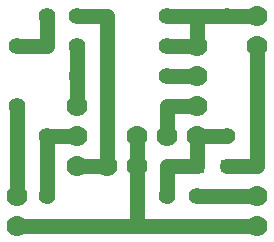
<source format=gbl>
G75*
%MOIN*%
%OFA0B0*%
%FSLAX25Y25*%
%IPPOS*%
%LPD*%
%AMOC8*
5,1,8,0,0,1.08239X$1,22.5*
%
%ADD10C,0.05543*%
%ADD11R,0.04756X0.04756*%
%ADD12C,0.07000*%
%ADD13C,0.05000*%
%ADD14R,0.03962X0.03962*%
D10*
X0051115Y0025240D03*
X0051115Y0045240D03*
X0041115Y0055240D03*
X0061115Y0065240D03*
X0061115Y0075240D03*
X0061115Y0085240D03*
X0051115Y0085240D03*
X0041115Y0075240D03*
X0091115Y0075240D03*
X0091115Y0085240D03*
X0111115Y0085240D03*
X0091115Y0065240D03*
X0111115Y0045240D03*
X0101115Y0025240D03*
X0091115Y0025240D03*
D11*
X0101115Y0035240D03*
D12*
X0041115Y0015240D03*
X0041115Y0025240D03*
X0061115Y0035240D03*
X0071115Y0035240D03*
X0081115Y0035240D03*
X0081115Y0045240D03*
X0091115Y0045240D03*
X0101115Y0045240D03*
X0101115Y0055240D03*
X0101115Y0065240D03*
X0101115Y0075240D03*
X0121115Y0075240D03*
X0121115Y0085240D03*
X0061115Y0055240D03*
X0061115Y0045240D03*
X0121115Y0025240D03*
X0121115Y0015240D03*
D13*
X0111115Y0015240D01*
X0081115Y0015240D01*
X0081115Y0035240D01*
X0081115Y0045240D01*
X0091115Y0045240D02*
X0091115Y0055240D01*
X0101115Y0055240D01*
X0101115Y0045240D02*
X0111115Y0045240D01*
X0101115Y0045240D02*
X0101115Y0035240D01*
X0091115Y0035240D01*
X0091115Y0025240D01*
X0101115Y0025240D02*
X0121115Y0025240D01*
X0111115Y0015240D02*
X0041115Y0015240D01*
X0041115Y0025240D02*
X0041115Y0055240D01*
X0051115Y0045240D02*
X0061115Y0045240D01*
X0051115Y0045240D02*
X0051115Y0025240D01*
X0061115Y0035240D02*
X0071115Y0035240D01*
X0071115Y0085240D01*
X0061115Y0085240D01*
X0051115Y0085240D02*
X0051115Y0075240D01*
X0041115Y0075240D01*
X0061115Y0075240D02*
X0061115Y0065240D01*
X0061115Y0075240D02*
X0061115Y0055240D01*
X0091115Y0065240D02*
X0101115Y0065240D01*
X0101115Y0075240D02*
X0091115Y0075240D01*
X0101115Y0075240D02*
X0101115Y0085240D01*
X0111115Y0085240D01*
X0121115Y0085240D01*
X0121115Y0075240D02*
X0121115Y0035240D01*
X0111115Y0035240D01*
X0101115Y0085240D02*
X0091115Y0085240D01*
D14*
X0111115Y0035240D03*
X0111115Y0015240D03*
M02*

</source>
